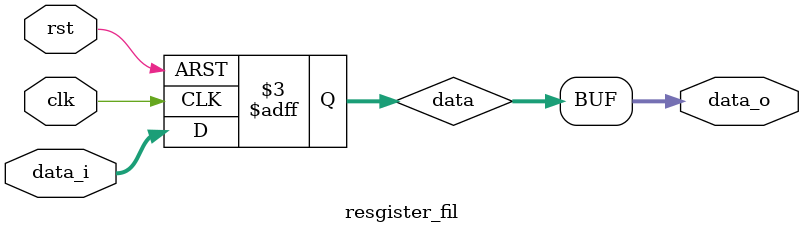
<source format=v>
`timescale 1ns / 1ps
module resgister_fil #(parameter largo = 25)(
	input wire clk,
	input wire rst,
	input wire [largo-1:0] data_i,
	output wire [largo-1:0] data_o
    );
	
reg [largo-1:0]data;
	
always @(posedge clk, posedge rst)
	if (rst)
		data = 0;
	else if (clk == 1)	
		data = data_i;

assign data_o = data;		
endmodule

</source>
